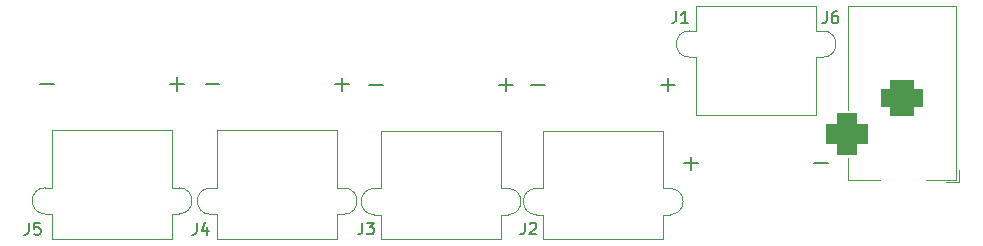
<source format=gto>
%TF.GenerationSoftware,KiCad,Pcbnew,8.0.4-8.0.4-0~ubuntu22.04.1*%
%TF.CreationDate,2024-08-14T23:01:59+09:00*%
%TF.ProjectId,pdb,7064622e-6b69-4636-9164-5f7063625858,rev?*%
%TF.SameCoordinates,Original*%
%TF.FileFunction,Legend,Top*%
%TF.FilePolarity,Positive*%
%FSLAX46Y46*%
G04 Gerber Fmt 4.6, Leading zero omitted, Abs format (unit mm)*
G04 Created by KiCad (PCBNEW 8.0.4-8.0.4-0~ubuntu22.04.1) date 2024-08-14 23:01:59*
%MOMM*%
%LPD*%
G01*
G04 APERTURE LIST*
G04 Aperture macros list*
%AMRoundRect*
0 Rectangle with rounded corners*
0 $1 Rounding radius*
0 $2 $3 $4 $5 $6 $7 $8 $9 X,Y pos of 4 corners*
0 Add a 4 corners polygon primitive as box body*
4,1,4,$2,$3,$4,$5,$6,$7,$8,$9,$2,$3,0*
0 Add four circle primitives for the rounded corners*
1,1,$1+$1,$2,$3*
1,1,$1+$1,$4,$5*
1,1,$1+$1,$6,$7*
1,1,$1+$1,$8,$9*
0 Add four rect primitives between the rounded corners*
20,1,$1+$1,$2,$3,$4,$5,0*
20,1,$1+$1,$4,$5,$6,$7,0*
20,1,$1+$1,$6,$7,$8,$9,0*
20,1,$1+$1,$8,$9,$2,$3,0*%
G04 Aperture macros list end*
%ADD10C,0.150000*%
%ADD11C,0.120000*%
%ADD12C,1.400000*%
%ADD13R,3.500000X3.500000*%
%ADD14C,3.500000*%
%ADD15C,3.600000*%
%ADD16C,5.600000*%
%ADD17RoundRect,0.750000X-1.000000X0.750000X-1.000000X-0.750000X1.000000X-0.750000X1.000000X0.750000X0*%
%ADD18RoundRect,0.875000X-0.875000X0.875000X-0.875000X-0.875000X0.875000X-0.875000X0.875000X0.875000X0*%
G04 APERTURE END LIST*
D10*
X119866666Y-104784819D02*
X119866666Y-105499104D01*
X119866666Y-105499104D02*
X119819047Y-105641961D01*
X119819047Y-105641961D02*
X119723809Y-105737200D01*
X119723809Y-105737200D02*
X119580952Y-105784819D01*
X119580952Y-105784819D02*
X119485714Y-105784819D01*
X120247619Y-104784819D02*
X120866666Y-104784819D01*
X120866666Y-104784819D02*
X120533333Y-105165771D01*
X120533333Y-105165771D02*
X120676190Y-105165771D01*
X120676190Y-105165771D02*
X120771428Y-105213390D01*
X120771428Y-105213390D02*
X120819047Y-105261009D01*
X120819047Y-105261009D02*
X120866666Y-105356247D01*
X120866666Y-105356247D02*
X120866666Y-105594342D01*
X120866666Y-105594342D02*
X120819047Y-105689580D01*
X120819047Y-105689580D02*
X120771428Y-105737200D01*
X120771428Y-105737200D02*
X120676190Y-105784819D01*
X120676190Y-105784819D02*
X120390476Y-105784819D01*
X120390476Y-105784819D02*
X120295238Y-105737200D01*
X120295238Y-105737200D02*
X120247619Y-105689580D01*
X120488571Y-93114700D02*
X121631429Y-93114700D01*
X131488571Y-93114700D02*
X132631429Y-93114700D01*
X132060000Y-93686128D02*
X132060000Y-92543271D01*
X105866666Y-104814819D02*
X105866666Y-105529104D01*
X105866666Y-105529104D02*
X105819047Y-105671961D01*
X105819047Y-105671961D02*
X105723809Y-105767200D01*
X105723809Y-105767200D02*
X105580952Y-105814819D01*
X105580952Y-105814819D02*
X105485714Y-105814819D01*
X106771428Y-105148152D02*
X106771428Y-105814819D01*
X106533333Y-104767200D02*
X106295238Y-105481485D01*
X106295238Y-105481485D02*
X106914285Y-105481485D01*
X106608571Y-93084700D02*
X107751429Y-93084700D01*
X117608571Y-93084700D02*
X118751429Y-93084700D01*
X118180000Y-93656128D02*
X118180000Y-92513271D01*
X159196666Y-86904819D02*
X159196666Y-87619104D01*
X159196666Y-87619104D02*
X159149047Y-87761961D01*
X159149047Y-87761961D02*
X159053809Y-87857200D01*
X159053809Y-87857200D02*
X158910952Y-87904819D01*
X158910952Y-87904819D02*
X158815714Y-87904819D01*
X160101428Y-86904819D02*
X159910952Y-86904819D01*
X159910952Y-86904819D02*
X159815714Y-86952438D01*
X159815714Y-86952438D02*
X159768095Y-87000057D01*
X159768095Y-87000057D02*
X159672857Y-87142914D01*
X159672857Y-87142914D02*
X159625238Y-87333390D01*
X159625238Y-87333390D02*
X159625238Y-87714342D01*
X159625238Y-87714342D02*
X159672857Y-87809580D01*
X159672857Y-87809580D02*
X159720476Y-87857200D01*
X159720476Y-87857200D02*
X159815714Y-87904819D01*
X159815714Y-87904819D02*
X160006190Y-87904819D01*
X160006190Y-87904819D02*
X160101428Y-87857200D01*
X160101428Y-87857200D02*
X160149047Y-87809580D01*
X160149047Y-87809580D02*
X160196666Y-87714342D01*
X160196666Y-87714342D02*
X160196666Y-87476247D01*
X160196666Y-87476247D02*
X160149047Y-87381009D01*
X160149047Y-87381009D02*
X160101428Y-87333390D01*
X160101428Y-87333390D02*
X160006190Y-87285771D01*
X160006190Y-87285771D02*
X159815714Y-87285771D01*
X159815714Y-87285771D02*
X159720476Y-87333390D01*
X159720476Y-87333390D02*
X159672857Y-87381009D01*
X159672857Y-87381009D02*
X159625238Y-87476247D01*
X146456666Y-86884819D02*
X146456666Y-87599104D01*
X146456666Y-87599104D02*
X146409047Y-87741961D01*
X146409047Y-87741961D02*
X146313809Y-87837200D01*
X146313809Y-87837200D02*
X146170952Y-87884819D01*
X146170952Y-87884819D02*
X146075714Y-87884819D01*
X147456666Y-87884819D02*
X146885238Y-87884819D01*
X147170952Y-87884819D02*
X147170952Y-86884819D01*
X147170952Y-86884819D02*
X147075714Y-87027676D01*
X147075714Y-87027676D02*
X146980476Y-87122914D01*
X146980476Y-87122914D02*
X146885238Y-87170533D01*
X147158571Y-99779700D02*
X148301429Y-99779700D01*
X147730000Y-100351128D02*
X147730000Y-99208271D01*
X158158571Y-99779700D02*
X159301429Y-99779700D01*
X133616666Y-104784819D02*
X133616666Y-105499104D01*
X133616666Y-105499104D02*
X133569047Y-105641961D01*
X133569047Y-105641961D02*
X133473809Y-105737200D01*
X133473809Y-105737200D02*
X133330952Y-105784819D01*
X133330952Y-105784819D02*
X133235714Y-105784819D01*
X134045238Y-104880057D02*
X134092857Y-104832438D01*
X134092857Y-104832438D02*
X134188095Y-104784819D01*
X134188095Y-104784819D02*
X134426190Y-104784819D01*
X134426190Y-104784819D02*
X134521428Y-104832438D01*
X134521428Y-104832438D02*
X134569047Y-104880057D01*
X134569047Y-104880057D02*
X134616666Y-104975295D01*
X134616666Y-104975295D02*
X134616666Y-105070533D01*
X134616666Y-105070533D02*
X134569047Y-105213390D01*
X134569047Y-105213390D02*
X133997619Y-105784819D01*
X133997619Y-105784819D02*
X134616666Y-105784819D01*
X134208571Y-93114700D02*
X135351429Y-93114700D01*
X145208571Y-93114700D02*
X146351429Y-93114700D01*
X145780000Y-93686128D02*
X145780000Y-92543271D01*
X91646666Y-104814819D02*
X91646666Y-105529104D01*
X91646666Y-105529104D02*
X91599047Y-105671961D01*
X91599047Y-105671961D02*
X91503809Y-105767200D01*
X91503809Y-105767200D02*
X91360952Y-105814819D01*
X91360952Y-105814819D02*
X91265714Y-105814819D01*
X92599047Y-104814819D02*
X92122857Y-104814819D01*
X92122857Y-104814819D02*
X92075238Y-105291009D01*
X92075238Y-105291009D02*
X92122857Y-105243390D01*
X92122857Y-105243390D02*
X92218095Y-105195771D01*
X92218095Y-105195771D02*
X92456190Y-105195771D01*
X92456190Y-105195771D02*
X92551428Y-105243390D01*
X92551428Y-105243390D02*
X92599047Y-105291009D01*
X92599047Y-105291009D02*
X92646666Y-105386247D01*
X92646666Y-105386247D02*
X92646666Y-105624342D01*
X92646666Y-105624342D02*
X92599047Y-105719580D01*
X92599047Y-105719580D02*
X92551428Y-105767200D01*
X92551428Y-105767200D02*
X92456190Y-105814819D01*
X92456190Y-105814819D02*
X92218095Y-105814819D01*
X92218095Y-105814819D02*
X92122857Y-105767200D01*
X92122857Y-105767200D02*
X92075238Y-105719580D01*
X103628571Y-93054700D02*
X104771429Y-93054700D01*
X104200000Y-93626128D02*
X104200000Y-92483271D01*
X92628571Y-93054700D02*
X93771429Y-93054700D01*
D11*
%TO.C,J3*%
X121500000Y-101890000D02*
X120910000Y-101890000D01*
X121500000Y-101890000D02*
X121500000Y-96990000D01*
X121500000Y-104110000D02*
X120910000Y-104110000D01*
X121500000Y-106210000D02*
X121500000Y-104110000D01*
X131620000Y-96990000D02*
X121500000Y-96990000D01*
X131620000Y-101890000D02*
X131620000Y-96990000D01*
X131620000Y-106210000D02*
X121500000Y-106210000D01*
X131620000Y-106210000D02*
X131620000Y-104110000D01*
X132210000Y-101890000D02*
X131620000Y-101890000D01*
X132210000Y-104110000D02*
X131620000Y-104110000D01*
X120910000Y-104110000D02*
G75*
G02*
X120910000Y-101890000I0J1110000D01*
G01*
X132210000Y-101890000D02*
G75*
G02*
X132210000Y-104110000I0J-1110000D01*
G01*
%TO.C,J4*%
X107620000Y-101860000D02*
X107030000Y-101860000D01*
X107620000Y-101860000D02*
X107620000Y-96960000D01*
X107620000Y-104080000D02*
X107030000Y-104080000D01*
X107620000Y-106180000D02*
X107620000Y-104080000D01*
X117740000Y-96960000D02*
X107620000Y-96960000D01*
X117740000Y-101860000D02*
X117740000Y-96960000D01*
X117740000Y-106180000D02*
X107620000Y-106180000D01*
X117740000Y-106180000D02*
X117740000Y-104080000D01*
X118330000Y-101860000D02*
X117740000Y-101860000D01*
X118330000Y-104080000D02*
X117740000Y-104080000D01*
X107030000Y-104080000D02*
G75*
G02*
X107030000Y-101860000I0J1110000D01*
G01*
X118330000Y-101860000D02*
G75*
G02*
X118330000Y-104080000I0J-1110000D01*
G01*
%TO.C,J6*%
X160987500Y-86475000D02*
X170187500Y-86475000D01*
X160987500Y-95275000D02*
X160987500Y-86475000D01*
X160987500Y-101175000D02*
X160987500Y-99275000D01*
X163687500Y-101175000D02*
X160987500Y-101175000D01*
X169337500Y-101375000D02*
X170387500Y-101375000D01*
X170187500Y-86475000D02*
X170187500Y-101175000D01*
X170187500Y-101175000D02*
X167587500Y-101175000D01*
X170387500Y-100325000D02*
X170387500Y-101375000D01*
%TO.C,J1*%
X147580000Y-88555000D02*
X148170000Y-88555000D01*
X147580000Y-90775000D02*
X148170000Y-90775000D01*
X148170000Y-86455000D02*
X148170000Y-88555000D01*
X148170000Y-86455000D02*
X158290000Y-86455000D01*
X148170000Y-90775000D02*
X148170000Y-95675000D01*
X148170000Y-95675000D02*
X158290000Y-95675000D01*
X158290000Y-86455000D02*
X158290000Y-88555000D01*
X158290000Y-88555000D02*
X158880000Y-88555000D01*
X158290000Y-90775000D02*
X158290000Y-95675000D01*
X158290000Y-90775000D02*
X158880000Y-90775000D01*
X147580000Y-90775000D02*
G75*
G02*
X147580000Y-88555000I0J1110000D01*
G01*
X158880000Y-88555000D02*
G75*
G02*
X158880000Y-90775000I0J-1110000D01*
G01*
%TO.C,J2*%
X135220000Y-101890000D02*
X134630000Y-101890000D01*
X135220000Y-101890000D02*
X135220000Y-96990000D01*
X135220000Y-104110000D02*
X134630000Y-104110000D01*
X135220000Y-106210000D02*
X135220000Y-104110000D01*
X145340000Y-96990000D02*
X135220000Y-96990000D01*
X145340000Y-101890000D02*
X145340000Y-96990000D01*
X145340000Y-106210000D02*
X135220000Y-106210000D01*
X145340000Y-106210000D02*
X145340000Y-104110000D01*
X145930000Y-101890000D02*
X145340000Y-101890000D01*
X145930000Y-104110000D02*
X145340000Y-104110000D01*
X134630000Y-104110000D02*
G75*
G02*
X134630000Y-101890000I0J1110000D01*
G01*
X145930000Y-101890000D02*
G75*
G02*
X145930000Y-104110000I0J-1110000D01*
G01*
%TO.C,J5*%
X93640000Y-101830000D02*
X93050000Y-101830000D01*
X93640000Y-101830000D02*
X93640000Y-96930000D01*
X93640000Y-104050000D02*
X93050000Y-104050000D01*
X93640000Y-106150000D02*
X93640000Y-104050000D01*
X103760000Y-96930000D02*
X93640000Y-96930000D01*
X103760000Y-101830000D02*
X103760000Y-96930000D01*
X103760000Y-106150000D02*
X93640000Y-106150000D01*
X103760000Y-106150000D02*
X103760000Y-104050000D01*
X104350000Y-101830000D02*
X103760000Y-101830000D01*
X104350000Y-104050000D02*
X103760000Y-104050000D01*
X93050000Y-104050000D02*
G75*
G02*
X93050000Y-101830000I0J1110000D01*
G01*
X104350000Y-101830000D02*
G75*
G02*
X104350000Y-104050000I0J-1110000D01*
G01*
%TD*%
%LPC*%
D12*
%TO.C,J3*%
X132060000Y-103000000D03*
X121060000Y-103000000D03*
D13*
X124060000Y-93000000D03*
D14*
X129060000Y-93000000D03*
%TD*%
D15*
%TO.C,H2*%
X175068400Y-89306400D03*
D16*
X175068400Y-89306400D03*
%TD*%
D15*
%TO.C,H1*%
X90068400Y-89306400D03*
D16*
X90068400Y-89306400D03*
%TD*%
D12*
%TO.C,J4*%
X118180000Y-102970000D03*
X107180000Y-102970000D03*
D13*
X110180000Y-92970000D03*
D14*
X115180000Y-92970000D03*
%TD*%
D13*
%TO.C,J6*%
X165587500Y-100275000D03*
D17*
X165587500Y-94275000D03*
D18*
X160887500Y-97275000D03*
%TD*%
D12*
%TO.C,J1*%
X147730000Y-89665000D03*
X158730000Y-89665000D03*
D13*
X155730000Y-99665000D03*
D14*
X150730000Y-99665000D03*
%TD*%
D12*
%TO.C,J2*%
X145780000Y-103000000D03*
X134780000Y-103000000D03*
D13*
X137780000Y-93000000D03*
D14*
X142780000Y-93000000D03*
%TD*%
D12*
%TO.C,J5*%
X104200000Y-102940000D03*
X93200000Y-102940000D03*
D13*
X96200000Y-92940000D03*
D14*
X101200000Y-92940000D03*
%TD*%
%LPD*%
M02*

</source>
